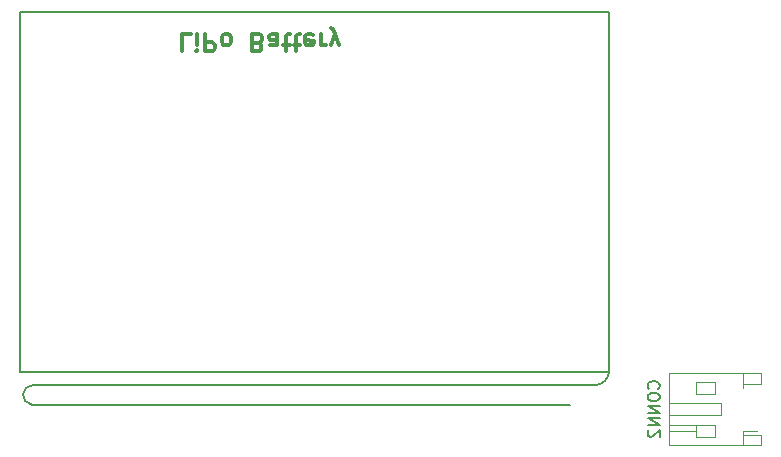
<source format=gbr>
G04 #@! TF.GenerationSoftware,KiCad,Pcbnew,(5.0.1)-rc2*
G04 #@! TF.CreationDate,2020-01-05T22:16:04+01:00*
G04 #@! TF.ProjectId,IoT_Messenger,496F545F4D657373656E6765722E6B69,rev?*
G04 #@! TF.SameCoordinates,Original*
G04 #@! TF.FileFunction,Legend,Bot*
G04 #@! TF.FilePolarity,Positive*
%FSLAX46Y46*%
G04 Gerber Fmt 4.6, Leading zero omitted, Abs format (unit mm)*
G04 Created by KiCad (PCBNEW (5.0.1)-rc2) date 05/01/2020 22:16:04*
%MOMM*%
%LPD*%
G01*
G04 APERTURE LIST*
%ADD10C,0.200000*%
%ADD11C,0.300000*%
%ADD12C,0.120000*%
%ADD13C,0.150000*%
G04 APERTURE END LIST*
D10*
X81143974Y-122174000D02*
G75*
G03X81915000Y-123063000I898026J0D01*
G01*
X81915000Y-123063000D02*
X127508000Y-123063000D01*
X82042000Y-121402974D02*
G75*
G03X81153000Y-122174000I0J-898026D01*
G01*
X129540000Y-121412000D02*
X82042000Y-121412000D01*
X129540000Y-121412000D02*
G75*
G03X130810000Y-120142000I0J1270000D01*
G01*
X80899000Y-89789000D02*
X130810000Y-89789000D01*
X80899000Y-120269000D02*
X80899000Y-89789000D01*
X130810000Y-120269000D02*
X80899000Y-120269000D01*
X130810000Y-89789000D02*
X130810000Y-120269000D01*
D11*
X95361857Y-91650428D02*
X94647571Y-91650428D01*
X94647571Y-93150428D01*
X95861857Y-91650428D02*
X95861857Y-92650428D01*
X95861857Y-93150428D02*
X95790428Y-93079000D01*
X95861857Y-93007571D01*
X95933285Y-93079000D01*
X95861857Y-93150428D01*
X95861857Y-93007571D01*
X96576142Y-91650428D02*
X96576142Y-93150428D01*
X97147571Y-93150428D01*
X97290428Y-93079000D01*
X97361857Y-93007571D01*
X97433285Y-92864714D01*
X97433285Y-92650428D01*
X97361857Y-92507571D01*
X97290428Y-92436142D01*
X97147571Y-92364714D01*
X96576142Y-92364714D01*
X98290428Y-91650428D02*
X98147571Y-91721857D01*
X98076142Y-91793285D01*
X98004714Y-91936142D01*
X98004714Y-92364714D01*
X98076142Y-92507571D01*
X98147571Y-92579000D01*
X98290428Y-92650428D01*
X98504714Y-92650428D01*
X98647571Y-92579000D01*
X98719000Y-92507571D01*
X98790428Y-92364714D01*
X98790428Y-91936142D01*
X98719000Y-91793285D01*
X98647571Y-91721857D01*
X98504714Y-91650428D01*
X98290428Y-91650428D01*
X101076142Y-92436142D02*
X101290428Y-92364714D01*
X101361857Y-92293285D01*
X101433285Y-92150428D01*
X101433285Y-91936142D01*
X101361857Y-91793285D01*
X101290428Y-91721857D01*
X101147571Y-91650428D01*
X100576142Y-91650428D01*
X100576142Y-93150428D01*
X101076142Y-93150428D01*
X101219000Y-93079000D01*
X101290428Y-93007571D01*
X101361857Y-92864714D01*
X101361857Y-92721857D01*
X101290428Y-92579000D01*
X101219000Y-92507571D01*
X101076142Y-92436142D01*
X100576142Y-92436142D01*
X102719000Y-91650428D02*
X102719000Y-92436142D01*
X102647571Y-92579000D01*
X102504714Y-92650428D01*
X102219000Y-92650428D01*
X102076142Y-92579000D01*
X102719000Y-91721857D02*
X102576142Y-91650428D01*
X102219000Y-91650428D01*
X102076142Y-91721857D01*
X102004714Y-91864714D01*
X102004714Y-92007571D01*
X102076142Y-92150428D01*
X102219000Y-92221857D01*
X102576142Y-92221857D01*
X102719000Y-92293285D01*
X103219000Y-92650428D02*
X103790428Y-92650428D01*
X103433285Y-93150428D02*
X103433285Y-91864714D01*
X103504714Y-91721857D01*
X103647571Y-91650428D01*
X103790428Y-91650428D01*
X104076142Y-92650428D02*
X104647571Y-92650428D01*
X104290428Y-93150428D02*
X104290428Y-91864714D01*
X104361857Y-91721857D01*
X104504714Y-91650428D01*
X104647571Y-91650428D01*
X105719000Y-91721857D02*
X105576142Y-91650428D01*
X105290428Y-91650428D01*
X105147571Y-91721857D01*
X105076142Y-91864714D01*
X105076142Y-92436142D01*
X105147571Y-92579000D01*
X105290428Y-92650428D01*
X105576142Y-92650428D01*
X105719000Y-92579000D01*
X105790428Y-92436142D01*
X105790428Y-92293285D01*
X105076142Y-92150428D01*
X106433285Y-91650428D02*
X106433285Y-92650428D01*
X106433285Y-92364714D02*
X106504714Y-92507571D01*
X106576142Y-92579000D01*
X106719000Y-92650428D01*
X106861857Y-92650428D01*
X107219000Y-92650428D02*
X107576142Y-91650428D01*
X107933285Y-92650428D02*
X107576142Y-91650428D01*
X107433285Y-91293285D01*
X107361857Y-91221857D01*
X107219000Y-91150428D01*
D12*
G04 #@! TO.C,CONN2*
X135890000Y-123960000D02*
X140240000Y-123960000D01*
X140240000Y-123960000D02*
X140240000Y-122960000D01*
X140240000Y-122960000D02*
X135890000Y-122960000D01*
X142090000Y-125260000D02*
X142090000Y-125610000D01*
X142090000Y-125610000D02*
X143690000Y-125610000D01*
X143690000Y-125610000D02*
X143690000Y-126510000D01*
X143690000Y-126510000D02*
X135890000Y-126510000D01*
X135890000Y-126510000D02*
X135890000Y-120410000D01*
X135890000Y-120410000D02*
X143690000Y-120410000D01*
X143690000Y-120410000D02*
X143690000Y-121310000D01*
X143690000Y-121310000D02*
X142090000Y-121310000D01*
X142090000Y-121310000D02*
X142090000Y-121660000D01*
X142090000Y-126510000D02*
X142090000Y-125610000D01*
X142090000Y-120410000D02*
X142090000Y-121310000D01*
X139740000Y-125760000D02*
X138140000Y-125760000D01*
X138140000Y-125760000D02*
X138140000Y-124760000D01*
X138140000Y-124760000D02*
X139740000Y-124760000D01*
X139740000Y-124760000D02*
X139740000Y-125760000D01*
X139740000Y-121160000D02*
X138140000Y-121160000D01*
X138140000Y-121160000D02*
X138140000Y-122160000D01*
X138140000Y-122160000D02*
X139740000Y-122160000D01*
X139740000Y-122160000D02*
X139740000Y-121160000D01*
X138140000Y-124760000D02*
X135890000Y-124760000D01*
X138140000Y-125260000D02*
X135890000Y-125260000D01*
X142090000Y-125260000D02*
X143290000Y-125260000D01*
D13*
X134977142Y-121705904D02*
X135024761Y-121658285D01*
X135072380Y-121515428D01*
X135072380Y-121420190D01*
X135024761Y-121277333D01*
X134929523Y-121182095D01*
X134834285Y-121134476D01*
X134643809Y-121086857D01*
X134500952Y-121086857D01*
X134310476Y-121134476D01*
X134215238Y-121182095D01*
X134120000Y-121277333D01*
X134072380Y-121420190D01*
X134072380Y-121515428D01*
X134120000Y-121658285D01*
X134167619Y-121705904D01*
X134072380Y-122324952D02*
X134072380Y-122515428D01*
X134120000Y-122610666D01*
X134215238Y-122705904D01*
X134405714Y-122753523D01*
X134739047Y-122753523D01*
X134929523Y-122705904D01*
X135024761Y-122610666D01*
X135072380Y-122515428D01*
X135072380Y-122324952D01*
X135024761Y-122229714D01*
X134929523Y-122134476D01*
X134739047Y-122086857D01*
X134405714Y-122086857D01*
X134215238Y-122134476D01*
X134120000Y-122229714D01*
X134072380Y-122324952D01*
X135072380Y-123182095D02*
X134072380Y-123182095D01*
X135072380Y-123753523D01*
X134072380Y-123753523D01*
X135072380Y-124229714D02*
X134072380Y-124229714D01*
X135072380Y-124801142D01*
X134072380Y-124801142D01*
X134167619Y-125229714D02*
X134120000Y-125277333D01*
X134072380Y-125372571D01*
X134072380Y-125610666D01*
X134120000Y-125705904D01*
X134167619Y-125753523D01*
X134262857Y-125801142D01*
X134358095Y-125801142D01*
X134500952Y-125753523D01*
X135072380Y-125182095D01*
X135072380Y-125801142D01*
G04 #@! TD*
M02*

</source>
